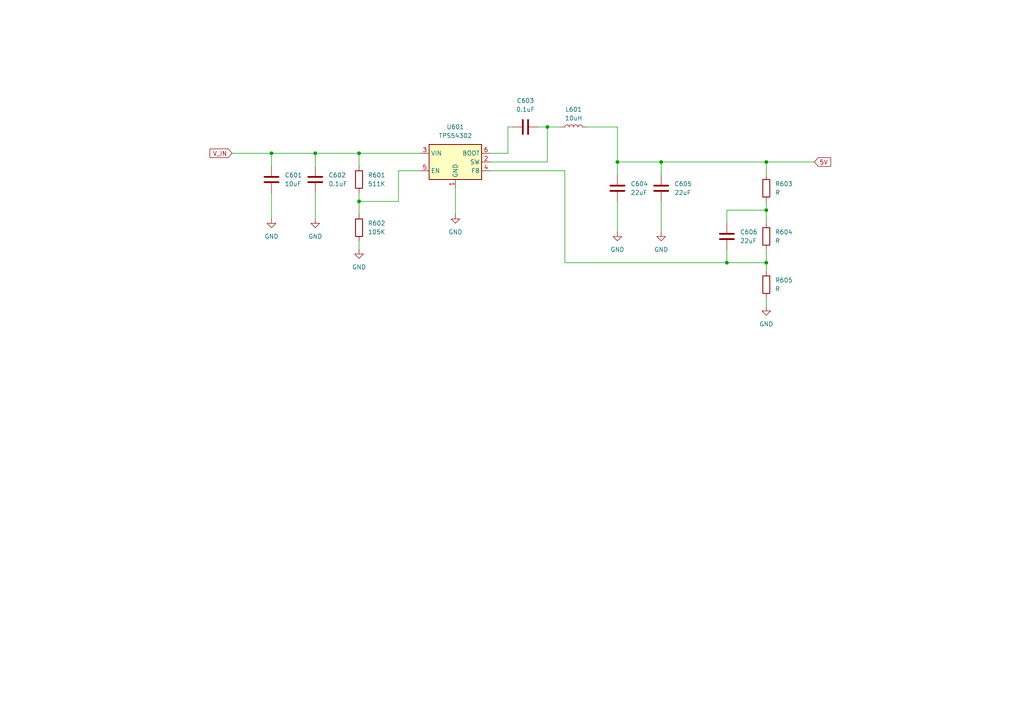
<source format=kicad_sch>
(kicad_sch (version 20250114) (generator "eeschema") (generator_version "9.0")
  (paper "A4")
  (lib_symbols
    (symbol "Device:C" (pin_numbers (hide yes)) (pin_names (offset 0.254))
      (property "Reference" "C" (at 0.635 2.54 0))
      (property "Value" "C" (at 0.635 -2.54 0))
      (symbol "C_0_1"
        (polyline (pts (xy -2.032 0.762) (xy 2.032 0.762)) (stroke (width 0.508)))
        (polyline (pts (xy -2.032 -0.762) (xy 2.032 -0.762)) (stroke (width 0.508)))
      )
      (symbol "C_1_1"
        (pin passive line (at 0 3.81 270) (length 2.794) (name "~") (number "1"))
        (pin passive line (at 0 -3.81 90) (length 2.794) (name "~") (number "2"))
      )
    )
    (symbol "Device:L" (pin_numbers (hide yes)) (pin_names (offset 1.016) (hide yes))
      (property "Reference" "L" (at -1.27 0 90))
      (property "Value" "L" (at 1.905 0 90))
      (symbol "L_0_1"
        (arc (start 0 2.54) (mid 0.6323 1.905) (end 0 1.27))
        (arc (start 0 1.27) (mid 0.6323 0.635) (end 0 0))
        (arc (start 0 0) (mid 0.6323 -0.635) (end 0 -1.27))
        (arc (start 0 -1.27) (mid 0.6323 -1.905) (end 0 -2.54))
      )
      (symbol "L_1_1"
        (pin passive line (at 0 3.81 270) (length 1.27) (name "1") (number "1"))
        (pin passive line (at 0 -3.81 90) (length 1.27) (name "2") (number "2"))
      )
    )
    (symbol "Device:R" (pin_numbers (hide yes)) (pin_names (offset 0))
      (property "Reference" "R" (at 2.032 0 90))
      (property "Value" "R" (at 0 0 90))
      (symbol "R_0_1"
        (rectangle (start -1.016 -2.54) (end 1.016 2.54) (stroke (width 0.254)))
      )
      (symbol "R_1_1"
        (pin passive line (at 0 3.81 270) (length 1.27) (name "~") (number "1"))
        (pin passive line (at 0 -3.81 90) (length 1.27) (name "~") (number "2"))
      )
    )
    (symbol "Regulator_Switching:TPS54302"
      (property "Reference" "U" (at -7.62 6.35 0))
      (property "Value" "TPS54302" (at 0 6.35 0))
      (symbol "TPS54302_0_1"
        (rectangle (start -7.62 5.08) (end 7.62 -5.08) (stroke (width 0.254)) (fill (type background)))
      )
      (symbol "TPS54302_1_1"
        (pin power_in line (at -10.16 2.54 0) (length 2.54) (name "VIN") (number "3"))
        (pin input line (at -10.16 -2.54 0) (length 2.54) (name "EN") (number "5"))
        (pin power_in line (at 0 -7.62 90) (length 2.54) (name "GND") (number "1"))
        (pin passive line (at 10.16 2.54 180) (length 2.54) (name "BOOT") (number "6"))
        (pin power_out line (at 10.16 0 180) (length 2.54) (name "SW") (number "2"))
        (pin input line (at 10.16 -2.54 180) (length 2.54) (name "FB") (number "4"))
      )
    )
    (symbol "power:GND" (power) (pin_numbers (hide yes)) (pin_names (offset 0) (hide yes))
      (property "Value" "GND" (at 0 -3.81 0))
      (symbol "GND_0_1"
        (polyline (pts (xy 0 0) (xy 0 -1.27) (xy 1.27 -1.27) (xy 0 -2.54) (xy -1.27 -1.27) (xy 0 -1.27)))
      )
      (symbol "GND_1_1"
        (pin power_in line (at 0 0 270) (length 0) (name "~") (number "1"))
      )
    )
  )
  (junction (at 191.77 46.99))
  (junction (at 91.44 44.45))
  (junction (at 179.07 46.99))
  (junction (at 210.82 76.2))
  (junction (at 222.25 60.96))
  (junction (at 104.14 58.42))
  (junction (at 158.75 36.83))
  (junction (at 222.25 76.2))
  (junction (at 222.25 46.99))
  (junction (at 104.14 44.45))
  (junction (at 78.74 44.45))
  (wire (pts (xy 210.82 72.39) (xy 210.82 76.2)))
  (wire (pts (xy 163.83 76.2) (xy 210.82 76.2)))
  (wire (pts (xy 222.25 58.42) (xy 222.25 60.96)))
  (wire (pts (xy 191.77 58.42) (xy 191.77 67.31)))
  (wire (pts (xy 163.83 49.53) (xy 163.83 76.2)))
  (wire (pts (xy 210.82 64.77) (xy 210.82 60.96)))
  (wire (pts (xy 179.07 58.42) (xy 179.07 67.31)))
  (wire (pts (xy 91.44 55.88) (xy 91.44 63.5)))
  (wire (pts (xy 91.44 44.45) (xy 91.44 48.26)))
  (wire (pts (xy 104.14 58.42) (xy 104.14 62.23)))
  (wire (pts (xy 147.32 36.83) (xy 148.59 36.83)))
  (wire (pts (xy 132.08 54.61) (xy 132.08 62.23)))
  (wire (pts (xy 142.24 49.53) (xy 163.83 49.53)))
  (wire (pts (xy 210.82 60.96) (xy 222.25 60.96)))
  (wire (pts (xy 179.07 46.99) (xy 179.07 50.8)))
  (wire (pts (xy 156.21 36.83) (xy 158.75 36.83)))
  (wire (pts (xy 179.07 36.83) (xy 179.07 46.99)))
  (wire (pts (xy 142.24 44.45) (xy 147.32 44.45)))
  (wire (pts (xy 104.14 44.45) (xy 121.92 44.45)))
  (wire (pts (xy 104.14 69.85) (xy 104.14 72.39)))
  (wire (pts (xy 222.25 76.2) (xy 222.25 78.74)))
  (wire (pts (xy 222.25 72.39) (xy 222.25 76.2)))
  (wire (pts (xy 222.25 86.36) (xy 222.25 88.9)))
  (wire (pts (xy 121.92 49.53) (xy 115.57 49.53)))
  (wire (pts (xy 104.14 44.45) (xy 104.14 48.26)))
  (wire (pts (xy 222.25 50.8) (xy 222.25 46.99)))
  (wire (pts (xy 115.57 49.53) (xy 115.57 58.42)))
  (wire (pts (xy 158.75 36.83) (xy 158.75 46.99)))
  (wire (pts (xy 91.44 44.45) (xy 104.14 44.45)))
  (wire (pts (xy 147.32 44.45) (xy 147.32 36.83)))
  (wire (pts (xy 142.24 46.99) (xy 158.75 46.99)))
  (wire (pts (xy 104.14 55.88) (xy 104.14 58.42)))
  (wire (pts (xy 170.18 36.83) (xy 179.07 36.83)))
  (wire (pts (xy 78.74 55.88) (xy 78.74 63.5)))
  (wire (pts (xy 78.74 44.45) (xy 78.74 48.26)))
  (wire (pts (xy 78.74 44.45) (xy 91.44 44.45)))
  (wire (pts (xy 158.75 36.83) (xy 162.56 36.83)))
  (wire (pts (xy 222.25 46.99) (xy 236.22 46.99)))
  (wire (pts (xy 191.77 50.8) (xy 191.77 46.99)))
  (wire (pts (xy 67.31 44.45) (xy 78.74 44.45)))
  (wire (pts (xy 210.82 76.2) (xy 222.25 76.2)))
  (wire (pts (xy 115.57 58.42) (xy 104.14 58.42)))
  (wire (pts (xy 222.25 60.96) (xy 222.25 64.77)))
  (wire (pts (xy 191.77 46.99) (xy 222.25 46.99)))
  (wire (pts (xy 179.07 46.99) (xy 191.77 46.99)))
  (global_label "5V" (shape input) (at 236.22 46.99 0) (property "Intersheetrefs" "${INTERSHEET_REFS}" (effects (hide yes))))
  (global_label "V_IN" (shape input) (at 67.31 44.45 180) (property "Intersheetrefs" "${INTERSHEET_REFS}" (effects (hide yes))))
  (symbol (lib_id "Device:C") (at 152.4 36.83 90) (unit 1)
    (property "Reference" "C603" (at 152.4 29.21 90))
    (property "Value" "0.1uF" (at 152.4 31.75 90))
    (property "Footprint" "Capacitor_SMD:C_0603_1608Metric_Pad1.08x0.95mm_HandSolder" (effects (hide yes)))
    (property "Description" "Unpolarized capacitor" (effects (hide yes)))
  )
  (symbol (lib_id "Device:C") (at 91.44 52.07 0) (unit 1)
    (property "Reference" "C602" (at 95.25 50.7999 0) (effects (justify left)))
    (property "Value" "0.1uF" (at 95.25 53.3399 0) (effects (justify left)))
    (property "Footprint" "Capacitor_SMD:C_0603_1608Metric_Pad1.08x0.95mm_HandSolder" (effects (hide yes)))
    (property "Description" "Unpolarized capacitor" (effects (hide yes)))
  )
  (symbol (lib_id "power:GND") (at 191.77 67.31 0) (unit 1)
    (property "Reference" "#PWR0606" (effects (hide yes)))
    (property "Value" "GND" (at 191.77 72.39 0))
    (property "Description" "Power symbol creates a global label with name \"GND\" , ground" (effects (hide yes)))
  )
  (symbol (lib_id "Device:C") (at 179.07 54.61 0) (unit 1)
    (property "Reference" "C604" (at 182.88 53.3399 0) (effects (justify left)))
    (property "Value" "22uF" (at 182.88 55.8799 0) (effects (justify left)))
    (property "Footprint" "Capacitor_SMD:C_0603_1608Metric_Pad1.08x0.95mm_HandSolder" (effects (hide yes)))
    (property "Description" "Unpolarized capacitor" (effects (hide yes)))
  )
  (symbol (lib_id "power:GND") (at 91.44 63.5 0) (unit 1)
    (property "Reference" "#PWR0602" (effects (hide yes)))
    (property "Value" "GND" (at 91.44 68.58 0))
    (property "Description" "Power symbol creates a global label with name \"GND\" , ground" (effects (hide yes)))
  )
  (symbol (lib_id "Device:R") (at 222.25 54.61 0) (unit 1)
    (property "Reference" "R603" (at 224.79 53.3399 0) (effects (justify left)))
    (property "Value" "R" (at 224.79 55.8799 0) (effects (justify left)))
    (property "Footprint" "Resistor_SMD:R_0603_1608Metric_Pad0.98x0.95mm_HandSolder" (effects (hide yes)))
    (property "Description" "Resistor" (effects (hide yes)))
  )
  (symbol (lib_id "Device:C") (at 210.82 68.58 0) (unit 1)
    (property "Reference" "C606" (at 214.63 67.3099 0) (effects (justify left)))
    (property "Value" "22uF" (at 214.63 69.8499 0) (effects (justify left)))
    (property "Footprint" "Capacitor_SMD:C_0603_1608Metric_Pad1.08x0.95mm_HandSolder" (effects (hide yes)))
    (property "Description" "Unpolarized capacitor" (effects (hide yes)))
  )
  (symbol (lib_id "Device:R") (at 104.14 52.07 0) (unit 1)
    (property "Reference" "R601" (at 106.68 50.7999 0) (effects (justify left)))
    (property "Value" "511K" (at 106.68 53.3399 0) (effects (justify left)))
    (property "Footprint" "Resistor_SMD:R_0603_1608Metric_Pad0.98x0.95mm_HandSolder" (effects (hide yes)))
    (property "Description" "Resistor" (effects (hide yes)))
  )
  (symbol (lib_id "power:GND") (at 132.08 62.23 0) (unit 1)
    (property "Reference" "#PWR0604" (effects (hide yes)))
    (property "Value" "GND" (at 132.08 67.31 0))
    (property "Description" "Power symbol creates a global label with name \"GND\" , ground" (effects (hide yes)))
  )
  (symbol (lib_id "power:GND") (at 179.07 67.31 0) (unit 1)
    (property "Reference" "#PWR0605" (effects (hide yes)))
    (property "Value" "GND" (at 179.07 72.39 0))
    (property "Description" "Power symbol creates a global label with name \"GND\" , ground" (effects (hide yes)))
  )
  (symbol (lib_id "power:GND") (at 104.14 72.39 0) (unit 1)
    (property "Reference" "#PWR0603" (effects (hide yes)))
    (property "Value" "GND" (at 104.14 77.47 0))
    (property "Description" "Power symbol creates a global label with name \"GND\" , ground" (effects (hide yes)))
  )
  (symbol (lib_id "Device:R") (at 222.25 68.58 0) (unit 1)
    (property "Reference" "R604" (at 224.79 67.3099 0) (effects (justify left)))
    (property "Value" "R" (at 224.79 69.8499 0) (effects (justify left)))
    (property "Footprint" "Resistor_SMD:R_0603_1608Metric_Pad0.98x0.95mm_HandSolder" (effects (hide yes)))
    (property "Description" "Resistor" (effects (hide yes)))
  )
  (symbol (lib_id "Device:R") (at 222.25 82.55 0) (unit 1)
    (property "Reference" "R605" (at 224.79 81.2799 0) (effects (justify left)))
    (property "Value" "R" (at 224.79 83.8199 0) (effects (justify left)))
    (property "Footprint" "Resistor_SMD:R_0603_1608Metric_Pad0.98x0.95mm_HandSolder" (effects (hide yes)))
    (property "Description" "Resistor" (effects (hide yes)))
  )
  (symbol (lib_id "Regulator_Switching:TPS54302") (at 132.08 46.99 0) (unit 1)
    (property "Reference" "U601" (at 132.08 36.83 0))
    (property "Value" "TPS54302" (at 132.08 39.37 0))
    (property "Footprint" "Package_TO_SOT_SMD:SOT-23-6" (effects (hide yes)))
    (property "Datasheet" "http://www.ti.com/lit/ds/symlink/tps54302.pdf" (effects (hide yes)))
    (property "Description" "3A, 4.5 to 28V Input, EMI Friendly integrated switch synchronous step-down regulator, pulse-skipping, SOT-23-6" (effects (hide yes)))
  )
  (symbol (lib_id "Device:C") (at 191.77 54.61 0) (unit 1)
    (property "Reference" "C605" (at 195.58 53.3399 0) (effects (justify left)))
    (property "Value" "22uF" (at 195.58 55.8799 0) (effects (justify left)))
    (property "Footprint" "Capacitor_SMD:C_0603_1608Metric_Pad1.08x0.95mm_HandSolder" (effects (hide yes)))
    (property "Description" "Unpolarized capacitor" (effects (hide yes)))
  )
  (symbol (lib_id "Device:L") (at 166.37 36.83 90) (unit 1)
    (property "Reference" "L601" (at 166.37 31.75 90))
    (property "Value" "10uH" (at 166.37 34.29 90))
    (property "Footprint" "Inductor_SMD:L_APV_ANR5045" (effects (hide yes)))
    (property "Description" "Inductor" (effects (hide yes)))
  )
  (symbol (lib_id "Device:R") (at 104.14 66.04 0) (unit 1)
    (property "Reference" "R602" (at 106.68 64.7699 0) (effects (justify left)))
    (property "Value" "105K" (at 106.68 67.3099 0) (effects (justify left)))
    (property "Footprint" "Resistor_SMD:R_0603_1608Metric_Pad0.98x0.95mm_HandSolder" (effects (hide yes)))
    (property "Description" "Resistor" (effects (hide yes)))
  )
  (symbol (lib_id "power:GND") (at 78.74 63.5 0) (unit 1)
    (property "Reference" "#PWR0601" (effects (hide yes)))
    (property "Value" "GND" (at 78.74 68.58 0))
    (property "Description" "Power symbol creates a global label with name \"GND\" , ground" (effects (hide yes)))
  )
  (symbol (lib_id "power:GND") (at 222.25 88.9 0) (unit 1)
    (property "Reference" "#PWR0607" (effects (hide yes)))
    (property "Value" "GND" (at 222.25 93.98 0))
    (property "Description" "Power symbol creates a global label with name \"GND\" , ground" (effects (hide yes)))
  )
  (symbol (lib_id "Device:C") (at 78.74 52.07 0) (unit 1)
    (property "Reference" "C601" (at 82.55 50.7999 0) (effects (justify left)))
    (property "Value" "10uF" (at 82.55 53.3399 0) (effects (justify left)))
    (property "Footprint" "Capacitor_SMD:C_0603_1608Metric_Pad1.08x0.95mm_HandSolder" (effects (hide yes)))
    (property "Description" "Unpolarized capacitor" (effects (hide yes)))
  )
)
</source>
